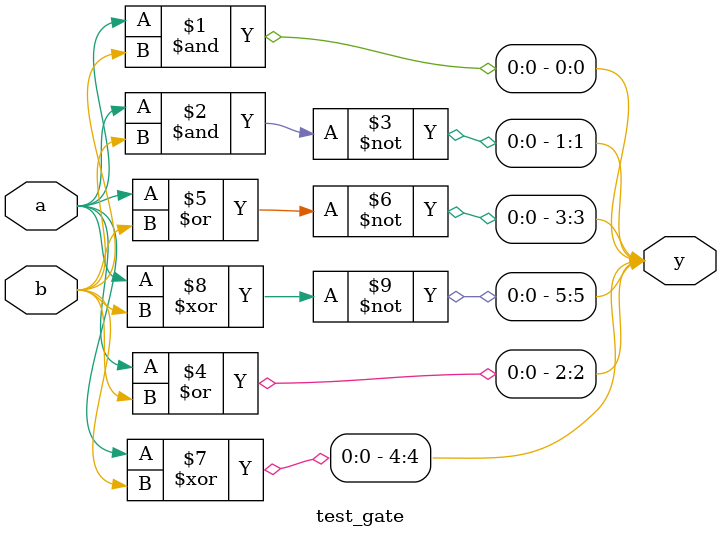
<source format=v>
`timescale 1ns / 1ps


module test_gate(
        input a,
        input b,
        output [5:0] y
    );
    assign y[0] = a & b;
    assign y[1] = ~(a & b);
    assign y[2] = a | b;
    assign y[3] = ~(a | b);
    assign y[4] = a ^ b;
    assign y[5] = ~(a ^ b);

endmodule

</source>
